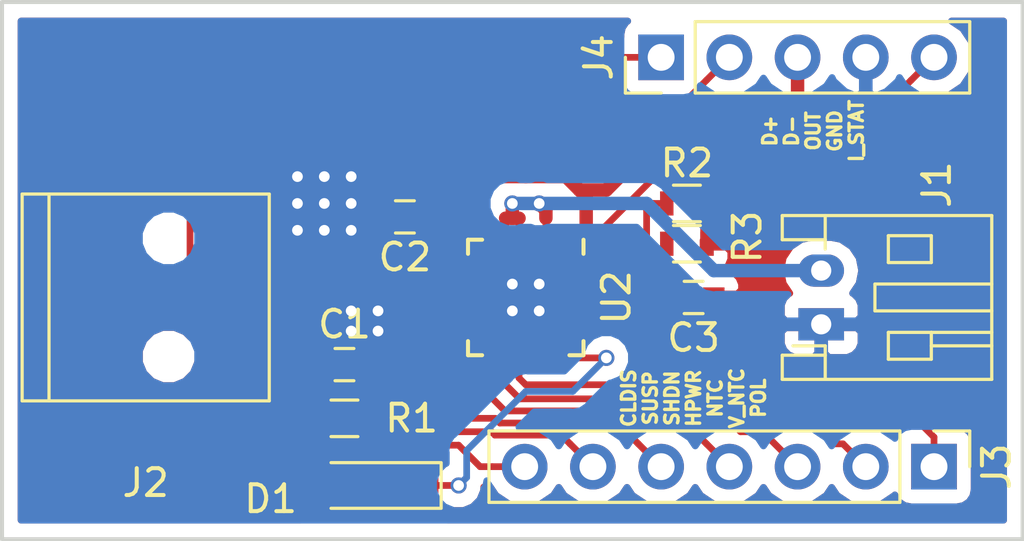
<source format=kicad_pcb>
(kicad_pcb (version 20171130) (host pcbnew 5.0.0-rc2-dev-unknown-5a90858~64~ubuntu18.04.1)

  (general
    (thickness 1.6)
    (drawings 6)
    (tracks 163)
    (zones 0)
    (modules 12)
    (nets 20)
  )

  (page A4)
  (layers
    (0 F.Cu signal hide)
    (31 B.Cu signal hide)
    (32 B.Adhes user hide)
    (33 F.Adhes user hide)
    (34 B.Paste user hide)
    (35 F.Paste user hide)
    (36 B.SilkS user)
    (37 F.SilkS user)
    (38 B.Mask user)
    (39 F.Mask user)
    (40 Dwgs.User user)
    (41 Cmts.User user)
    (42 Eco1.User user)
    (43 Eco2.User user)
    (44 Edge.Cuts user)
    (45 Margin user hide)
    (46 B.CrtYd user hide)
    (47 F.CrtYd user hide)
    (48 B.Fab user hide)
    (49 F.Fab user hide)
  )

  (setup
    (last_trace_width 0.25)
    (trace_clearance 0.2)
    (zone_clearance 0.508)
    (zone_45_only no)
    (trace_min 0.2)
    (segment_width 0.2)
    (edge_width 0.15)
    (via_size 0.6)
    (via_drill 0.4)
    (via_min_size 0.4)
    (via_min_drill 0.3)
    (uvia_size 0.3)
    (uvia_drill 0.1)
    (uvias_allowed no)
    (uvia_min_size 0.2)
    (uvia_min_drill 0.1)
    (pcb_text_width 0.3)
    (pcb_text_size 1.5 1.5)
    (mod_edge_width 0.15)
    (mod_text_size 1 1)
    (mod_text_width 0.15)
    (pad_size 1.7 1.7)
    (pad_drill 1)
    (pad_to_mask_clearance 0.2)
    (aux_axis_origin 0 0)
    (visible_elements FFFFFF7F)
    (pcbplotparams
      (layerselection 0x00030_80000001)
      (usegerberextensions false)
      (usegerberattributes false)
      (usegerberadvancedattributes false)
      (creategerberjobfile false)
      (excludeedgelayer true)
      (linewidth 0.100000)
      (plotframeref false)
      (viasonmask false)
      (mode 1)
      (useauxorigin false)
      (hpglpennumber 1)
      (hpglpenspeed 20)
      (hpglpendiameter 15)
      (psnegative false)
      (psa4output false)
      (plotreference true)
      (plotvalue true)
      (plotinvisibletext false)
      (padsonsilk false)
      (subtractmaskfromsilk false)
      (outputformat 1)
      (mirror false)
      (drillshape 1)
      (scaleselection 1)
      (outputdirectory ""))
  )

  (net 0 "")
  (net 1 GND)
  (net 2 LTC_CLDIS)
  (net 3 LTC_SUSP)
  (net 4 LTC_SHDN)
  (net 5 LTC_NTC)
  (net 6 LTC_V_NTC)
  (net 7 LTC_POL)
  (net 8 LTC_TIMER)
  (net 9 LTC_CLPROG)
  (net 10 LTC_PROG)
  (net 11 "Net-(J2-Pad2)")
  (net 12 "Net-(J2-Pad3)")
  (net 13 LTC_HPWR)
  (net 14 "Net-(D1-Pad2)")
  (net 15 /LTC_IN)
  (net 16 /LTC_OUT)
  (net 17 "Net-(D1-Pad1)")
  (net 18 /LTC_BAT)
  (net 19 "Net-(J4-Pad5)")

  (net_class Default "This is the default net class."
    (clearance 0.2)
    (trace_width 0.25)
    (via_dia 0.6)
    (via_drill 0.4)
    (uvia_dia 0.3)
    (uvia_drill 0.1)
    (add_net GND)
    (add_net LTC_CLDIS)
    (add_net LTC_CLPROG)
    (add_net LTC_HPWR)
    (add_net LTC_NTC)
    (add_net LTC_POL)
    (add_net LTC_PROG)
    (add_net LTC_SHDN)
    (add_net LTC_SUSP)
    (add_net LTC_TIMER)
    (add_net LTC_V_NTC)
    (add_net "Net-(D1-Pad1)")
    (add_net "Net-(D1-Pad2)")
    (add_net "Net-(J2-Pad2)")
    (add_net "Net-(J2-Pad3)")
    (add_net "Net-(J4-Pad5)")
  )

  (net_class Power ""
    (clearance 0.2)
    (trace_width 0.5)
    (via_dia 0.6)
    (via_drill 0.4)
    (uvia_dia 0.3)
    (uvia_drill 0.1)
    (add_net /LTC_BAT)
    (add_net /LTC_IN)
    (add_net /LTC_OUT)
  )

  (module Housings_DFN_QFN:QFN-24-1EP_4x4mm_Pitch0.5mm locked (layer F.Cu) (tedit 54130A77) (tstamp 5AF4E59F)
    (at 128.5 108 270)
    (descr "24-Lead Plastic Quad Flat, No Lead Package (MJ) - 4x4x0.9 mm Body [QFN]; (see Microchip Packaging Specification 00000049BS.pdf)")
    (tags "QFN 0.5")
    (path /5AC2C8EA)
    (attr smd)
    (fp_text reference U2 (at 0 -3.375 270) (layer F.SilkS)
      (effects (font (size 1 1) (thickness 0.15)))
    )
    (fp_text value LTC4066 (at 0 3.375 270) (layer F.Fab)
      (effects (font (size 1 1) (thickness 0.15)))
    )
    (fp_line (start -1 -2) (end 2 -2) (layer F.Fab) (width 0.15))
    (fp_line (start 2 -2) (end 2 2) (layer F.Fab) (width 0.15))
    (fp_line (start 2 2) (end -2 2) (layer F.Fab) (width 0.15))
    (fp_line (start -2 2) (end -2 -1) (layer F.Fab) (width 0.15))
    (fp_line (start -2 -1) (end -1 -2) (layer F.Fab) (width 0.15))
    (fp_line (start -2.65 -2.65) (end -2.65 2.65) (layer F.CrtYd) (width 0.05))
    (fp_line (start 2.65 -2.65) (end 2.65 2.65) (layer F.CrtYd) (width 0.05))
    (fp_line (start -2.65 -2.65) (end 2.65 -2.65) (layer F.CrtYd) (width 0.05))
    (fp_line (start -2.65 2.65) (end 2.65 2.65) (layer F.CrtYd) (width 0.05))
    (fp_line (start 2.15 -2.15) (end 2.15 -1.625) (layer F.SilkS) (width 0.15))
    (fp_line (start -2.15 2.15) (end -2.15 1.625) (layer F.SilkS) (width 0.15))
    (fp_line (start 2.15 2.15) (end 2.15 1.625) (layer F.SilkS) (width 0.15))
    (fp_line (start -2.15 -2.15) (end -1.625 -2.15) (layer F.SilkS) (width 0.15))
    (fp_line (start -2.15 2.15) (end -1.625 2.15) (layer F.SilkS) (width 0.15))
    (fp_line (start 2.15 2.15) (end 1.625 2.15) (layer F.SilkS) (width 0.15))
    (fp_line (start 2.15 -2.15) (end 1.625 -2.15) (layer F.SilkS) (width 0.15))
    (pad 1 smd rect (at -1.95 -1.25 270) (size 0.85 0.3) (layers F.Cu F.Paste F.Mask)
      (net 16 /LTC_OUT))
    (pad 2 smd rect (at -1.95 -0.75 270) (size 0.85 0.3) (layers F.Cu F.Paste F.Mask)
      (net 18 /LTC_BAT))
    (pad 3 smd rect (at -1.95 -0.25 270) (size 0.85 0.3) (layers F.Cu F.Paste F.Mask)
      (net 16 /LTC_OUT))
    (pad 4 smd rect (at -1.95 0.25 270) (size 0.85 0.3) (layers F.Cu F.Paste F.Mask)
      (net 18 /LTC_BAT))
    (pad 5 smd rect (at -1.95 0.75 270) (size 0.85 0.3) (layers F.Cu F.Paste F.Mask)
      (net 18 /LTC_BAT))
    (pad 6 smd rect (at -1.95 1.25 270) (size 0.85 0.3) (layers F.Cu F.Paste F.Mask))
    (pad 7 smd rect (at -1.25 1.95) (size 0.85 0.3) (layers F.Cu F.Paste F.Mask))
    (pad 8 smd rect (at -0.75 1.95) (size 0.85 0.3) (layers F.Cu F.Paste F.Mask)
      (net 16 /LTC_OUT))
    (pad 9 smd rect (at -0.25 1.95) (size 0.85 0.3) (layers F.Cu F.Paste F.Mask)
      (net 15 /LTC_IN))
    (pad 10 smd rect (at 0.25 1.95) (size 0.85 0.3) (layers F.Cu F.Paste F.Mask)
      (net 2 LTC_CLDIS))
    (pad 11 smd rect (at 0.75 1.95) (size 0.85 0.3) (layers F.Cu F.Paste F.Mask)
      (net 3 LTC_SUSP))
    (pad 12 smd rect (at 1.25 1.95) (size 0.85 0.3) (layers F.Cu F.Paste F.Mask)
      (net 4 LTC_SHDN))
    (pad 13 smd rect (at 1.95 1.25 270) (size 0.85 0.3) (layers F.Cu F.Paste F.Mask)
      (net 13 LTC_HPWR))
    (pad 14 smd rect (at 1.95 0.75 270) (size 0.85 0.3) (layers F.Cu F.Paste F.Mask)
      (net 5 LTC_NTC))
    (pad 15 smd rect (at 1.95 0.25 270) (size 0.85 0.3) (layers F.Cu F.Paste F.Mask)
      (net 6 LTC_V_NTC))
    (pad 16 smd rect (at 1.95 -0.25 270) (size 0.85 0.3) (layers F.Cu F.Paste F.Mask)
      (net 1 GND))
    (pad 17 smd rect (at 1.95 -0.75 270) (size 0.85 0.3) (layers F.Cu F.Paste F.Mask))
    (pad 18 smd rect (at 1.95 -1.25 270) (size 0.85 0.3) (layers F.Cu F.Paste F.Mask)
      (net 17 "Net-(D1-Pad1)"))
    (pad 19 smd rect (at 1.25 -1.95) (size 0.85 0.3) (layers F.Cu F.Paste F.Mask)
      (net 7 LTC_POL))
    (pad 20 smd rect (at 0.75 -1.95) (size 0.85 0.3) (layers F.Cu F.Paste F.Mask)
      (net 1 GND))
    (pad 21 smd rect (at 0.25 -1.95) (size 0.85 0.3) (layers F.Cu F.Paste F.Mask)
      (net 8 LTC_TIMER))
    (pad 22 smd rect (at -0.25 -1.95) (size 0.85 0.3) (layers F.Cu F.Paste F.Mask)
      (net 9 LTC_CLPROG))
    (pad 23 smd rect (at -0.75 -1.95) (size 0.85 0.3) (layers F.Cu F.Paste F.Mask)
      (net 10 LTC_PROG))
    (pad 24 smd rect (at -1.25 -1.95) (size 0.85 0.3) (layers F.Cu F.Paste F.Mask)
      (net 19 "Net-(J4-Pad5)"))
    (pad 25 smd rect (at 0.65 0.65 270) (size 1.3 1.3) (layers F.Cu F.Paste F.Mask)
      (net 1 GND) (solder_paste_margin_ratio -0.2))
    (pad 25 smd rect (at 0.65 -0.65 270) (size 1.3 1.3) (layers F.Cu F.Paste F.Mask)
      (net 1 GND) (solder_paste_margin_ratio -0.2))
    (pad 25 smd rect (at -0.65 0.65 270) (size 1.3 1.3) (layers F.Cu F.Paste F.Mask)
      (net 1 GND) (solder_paste_margin_ratio -0.2))
    (pad 25 smd rect (at -0.65 -0.65 270) (size 1.3 1.3) (layers F.Cu F.Paste F.Mask)
      (net 1 GND) (solder_paste_margin_ratio -0.2))
    (model ${KISYS3DMOD}/Housings_DFN_QFN.3dshapes/QFN-24-1EP_4x4mm_Pitch0.5mm.wrl
      (at (xyz 0 0 0))
      (scale (xyz 1 1 1))
      (rotate (xyz 0 0 0))
    )
  )

  (module Connectors:USB_Mini-B (layer F.Cu) (tedit 5543E571) (tstamp 5AF25887)
    (at 115 108)
    (descr "USB Mini-B 5-pin SMD connector")
    (tags "USB USB_B USB_Mini connector")
    (path /5AC2C6C0)
    (attr smd)
    (fp_text reference J2 (at -0.65 6.9) (layer F.SilkS)
      (effects (font (size 1 1) (thickness 0.15)))
    )
    (fp_text value USB_B (at -0.65 -7.1) (layer F.Fab)
      (effects (font (size 1 1) (thickness 0.15)))
    )
    (fp_line (start -5.5 -5.7) (end 4.2 -5.7) (layer F.CrtYd) (width 0.05))
    (fp_line (start 4.2 -5.7) (end 4.2 5.7) (layer F.CrtYd) (width 0.05))
    (fp_line (start 4.2 5.7) (end -5.5 5.7) (layer F.CrtYd) (width 0.05))
    (fp_line (start -5.5 5.7) (end -5.5 -5.7) (layer F.CrtYd) (width 0.05))
    (fp_line (start -4.25 -3.85) (end -4.25 3.85) (layer F.SilkS) (width 0.12))
    (fp_line (start -5.25 -3.85) (end -5.25 3.85) (layer F.SilkS) (width 0.12))
    (fp_line (start -5.25 3.85) (end 3.95 3.85) (layer F.SilkS) (width 0.12))
    (fp_line (start 3.95 3.85) (end 3.95 -3.85) (layer F.SilkS) (width 0.12))
    (fp_line (start 3.95 -3.85) (end -5.25 -3.85) (layer F.SilkS) (width 0.12))
    (pad 1 smd rect (at 2.8 -1.6) (size 2.3 0.5) (layers F.Cu F.Paste F.Mask)
      (net 15 /LTC_IN))
    (pad 2 smd rect (at 2.8 -0.8) (size 2.3 0.5) (layers F.Cu F.Paste F.Mask)
      (net 11 "Net-(J2-Pad2)"))
    (pad 3 smd rect (at 2.8 0) (size 2.3 0.5) (layers F.Cu F.Paste F.Mask)
      (net 12 "Net-(J2-Pad3)"))
    (pad 4 smd rect (at 2.8 0.8) (size 2.3 0.5) (layers F.Cu F.Paste F.Mask)
      (net 1 GND))
    (pad 5 smd rect (at 2.8 1.6) (size 2.3 0.5) (layers F.Cu F.Paste F.Mask)
      (net 1 GND))
    (pad 6 smd rect (at 2.7 -4.45) (size 2.5 2) (layers F.Cu F.Paste F.Mask))
    (pad 6 smd rect (at -2.8 -4.45) (size 2.5 2) (layers F.Cu F.Paste F.Mask))
    (pad 6 smd rect (at 2.7 4.45) (size 2.5 2) (layers F.Cu F.Paste F.Mask))
    (pad 6 smd rect (at -2.8 4.45) (size 2.5 2) (layers F.Cu F.Paste F.Mask))
    (pad "" np_thru_hole circle (at 0.2 -2.2) (size 0.9 0.9) (drill 0.9) (layers *.Cu *.Mask))
    (pad "" np_thru_hole circle (at 0.2 2.2) (size 0.9 0.9) (drill 0.9) (layers *.Cu *.Mask))
  )

  (module Connectors_JST:JST_PH_S2B-PH-K_02x2.00mm_Angled (layer F.Cu) (tedit 58D3FE32) (tstamp 5AF4EB1A)
    (at 139.5 109 90)
    (descr "JST PH series connector, S2B-PH-K, side entry type, through hole, Datasheet: http://www.jst-mfg.com/product/pdf/eng/ePH.pdf")
    (tags "connector jst ph")
    (path /5AC2C597)
    (fp_text reference J1 (at 5.2 4.3 90) (layer F.SilkS)
      (effects (font (size 1 1) (thickness 0.15)))
    )
    (fp_text value CONN_01X02 (at 1 7.25 90) (layer F.Fab)
      (effects (font (size 1 1) (thickness 0.15)))
    )
    (fp_text user %R (at 1 2.5 90) (layer F.Fab)
      (effects (font (size 1 1) (thickness 0.15)))
    )
    (fp_line (start 0.5 1.35) (end 0 0.85) (layer F.Fab) (width 0.1))
    (fp_line (start -0.5 1.35) (end 0.5 1.35) (layer F.Fab) (width 0.1))
    (fp_line (start 0 0.85) (end -0.5 1.35) (layer F.Fab) (width 0.1))
    (fp_line (start -0.8 0.15) (end -0.8 -1.05) (layer F.SilkS) (width 0.12))
    (fp_line (start 3.25 0.25) (end -1.25 0.25) (layer F.Fab) (width 0.1))
    (fp_line (start 3.25 -1.35) (end 3.25 0.25) (layer F.Fab) (width 0.1))
    (fp_line (start 3.95 -1.35) (end 3.25 -1.35) (layer F.Fab) (width 0.1))
    (fp_line (start 3.95 6.25) (end 3.95 -1.35) (layer F.Fab) (width 0.1))
    (fp_line (start -1.95 6.25) (end 3.95 6.25) (layer F.Fab) (width 0.1))
    (fp_line (start -1.95 -1.35) (end -1.95 6.25) (layer F.Fab) (width 0.1))
    (fp_line (start -1.25 -1.35) (end -1.95 -1.35) (layer F.Fab) (width 0.1))
    (fp_line (start -1.25 0.25) (end -1.25 -1.35) (layer F.Fab) (width 0.1))
    (fp_line (start 4.45 -1.85) (end -2.45 -1.85) (layer F.CrtYd) (width 0.05))
    (fp_line (start 4.45 6.75) (end 4.45 -1.85) (layer F.CrtYd) (width 0.05))
    (fp_line (start -2.45 6.75) (end 4.45 6.75) (layer F.CrtYd) (width 0.05))
    (fp_line (start -2.45 -1.85) (end -2.45 6.75) (layer F.CrtYd) (width 0.05))
    (fp_line (start -0.8 4.1) (end -0.8 6.35) (layer F.SilkS) (width 0.12))
    (fp_line (start -0.3 4.1) (end -0.3 6.35) (layer F.SilkS) (width 0.12))
    (fp_line (start 2.3 2.5) (end 3.3 2.5) (layer F.SilkS) (width 0.12))
    (fp_line (start 2.3 4.1) (end 2.3 2.5) (layer F.SilkS) (width 0.12))
    (fp_line (start 3.3 4.1) (end 2.3 4.1) (layer F.SilkS) (width 0.12))
    (fp_line (start 3.3 2.5) (end 3.3 4.1) (layer F.SilkS) (width 0.12))
    (fp_line (start -0.3 2.5) (end -1.3 2.5) (layer F.SilkS) (width 0.12))
    (fp_line (start -0.3 4.1) (end -0.3 2.5) (layer F.SilkS) (width 0.12))
    (fp_line (start -1.3 4.1) (end -0.3 4.1) (layer F.SilkS) (width 0.12))
    (fp_line (start -1.3 2.5) (end -1.3 4.1) (layer F.SilkS) (width 0.12))
    (fp_line (start 4.05 0.15) (end 3.15 0.15) (layer F.SilkS) (width 0.12))
    (fp_line (start -2.05 0.15) (end -1.15 0.15) (layer F.SilkS) (width 0.12))
    (fp_line (start 3.15 0.15) (end 2.8 0.15) (layer F.SilkS) (width 0.12))
    (fp_line (start 3.15 -1.45) (end 3.15 0.15) (layer F.SilkS) (width 0.12))
    (fp_line (start 4.05 -1.45) (end 3.15 -1.45) (layer F.SilkS) (width 0.12))
    (fp_line (start 4.05 6.35) (end 4.05 -1.45) (layer F.SilkS) (width 0.12))
    (fp_line (start -2.05 6.35) (end 4.05 6.35) (layer F.SilkS) (width 0.12))
    (fp_line (start -2.05 -1.45) (end -2.05 6.35) (layer F.SilkS) (width 0.12))
    (fp_line (start -1.15 -1.45) (end -2.05 -1.45) (layer F.SilkS) (width 0.12))
    (fp_line (start -1.15 0.15) (end -1.15 -1.45) (layer F.SilkS) (width 0.12))
    (fp_line (start -0.8 0.15) (end -1.15 0.15) (layer F.SilkS) (width 0.12))
    (fp_line (start 1.5 2) (end 1.5 6.35) (layer F.SilkS) (width 0.12))
    (fp_line (start 0.5 2) (end 1.5 2) (layer F.SilkS) (width 0.12))
    (fp_line (start 0.5 6.35) (end 0.5 2) (layer F.SilkS) (width 0.12))
    (pad 2 thru_hole oval (at 2 0 90) (size 1.2 1.7) (drill 0.75) (layers *.Cu *.Mask)
      (net 18 /LTC_BAT))
    (pad 1 thru_hole rect (at 0 0 90) (size 1.2 1.7) (drill 0.75) (layers *.Cu *.Mask)
      (net 1 GND))
    (model ${KISYS3DMOD}/Connectors_JST.3dshapes/JST_PH_S2B-PH-K_02x2.00mm_Angled.wrl
      (at (xyz 0 0 0))
      (scale (xyz 1 1 1))
      (rotate (xyz 0 0 0))
    )
  )

  (module Capacitors_SMD:C_0603 (layer F.Cu) (tedit 59958EE7) (tstamp 5AF4E1FB)
    (at 121.75 110.5)
    (descr "Capacitor SMD 0603, reflow soldering, AVX (see smccp.pdf)")
    (tags "capacitor 0603")
    (path /5AC2CAB6)
    (attr smd)
    (fp_text reference C1 (at 0 -1.5) (layer F.SilkS)
      (effects (font (size 1 1) (thickness 0.15)))
    )
    (fp_text value 4.7uF (at 0 1.5) (layer F.Fab)
      (effects (font (size 1 1) (thickness 0.15)))
    )
    (fp_text user %R (at 0 0) (layer F.Fab)
      (effects (font (size 0.3 0.3) (thickness 0.075)))
    )
    (fp_line (start -0.8 0.4) (end -0.8 -0.4) (layer F.Fab) (width 0.1))
    (fp_line (start 0.8 0.4) (end -0.8 0.4) (layer F.Fab) (width 0.1))
    (fp_line (start 0.8 -0.4) (end 0.8 0.4) (layer F.Fab) (width 0.1))
    (fp_line (start -0.8 -0.4) (end 0.8 -0.4) (layer F.Fab) (width 0.1))
    (fp_line (start -0.35 -0.6) (end 0.35 -0.6) (layer F.SilkS) (width 0.12))
    (fp_line (start 0.35 0.6) (end -0.35 0.6) (layer F.SilkS) (width 0.12))
    (fp_line (start -1.4 -0.65) (end 1.4 -0.65) (layer F.CrtYd) (width 0.05))
    (fp_line (start -1.4 -0.65) (end -1.4 0.65) (layer F.CrtYd) (width 0.05))
    (fp_line (start 1.4 0.65) (end 1.4 -0.65) (layer F.CrtYd) (width 0.05))
    (fp_line (start 1.4 0.65) (end -1.4 0.65) (layer F.CrtYd) (width 0.05))
    (pad 1 smd rect (at -0.75 0) (size 0.8 0.75) (layers F.Cu F.Paste F.Mask)
      (net 15 /LTC_IN))
    (pad 2 smd rect (at 0.75 0) (size 0.8 0.75) (layers F.Cu F.Paste F.Mask)
      (net 1 GND))
    (model Capacitors_SMD.3dshapes/C_0603.wrl
      (at (xyz 0 0 0))
      (scale (xyz 1 1 1))
      (rotate (xyz 0 0 0))
    )
  )

  (module Capacitors_SMD:C_0603 (layer F.Cu) (tedit 59958EE7) (tstamp 5AF4ED53)
    (at 124 105 180)
    (descr "Capacitor SMD 0603, reflow soldering, AVX (see smccp.pdf)")
    (tags "capacitor 0603")
    (path /5AF37BB8)
    (attr smd)
    (fp_text reference C2 (at 0 -1.5 180) (layer F.SilkS)
      (effects (font (size 1 1) (thickness 0.15)))
    )
    (fp_text value 4.7uF (at 0 1.5 180) (layer F.Fab)
      (effects (font (size 1 1) (thickness 0.15)))
    )
    (fp_line (start 1.4 0.65) (end -1.4 0.65) (layer F.CrtYd) (width 0.05))
    (fp_line (start 1.4 0.65) (end 1.4 -0.65) (layer F.CrtYd) (width 0.05))
    (fp_line (start -1.4 -0.65) (end -1.4 0.65) (layer F.CrtYd) (width 0.05))
    (fp_line (start -1.4 -0.65) (end 1.4 -0.65) (layer F.CrtYd) (width 0.05))
    (fp_line (start 0.35 0.6) (end -0.35 0.6) (layer F.SilkS) (width 0.12))
    (fp_line (start -0.35 -0.6) (end 0.35 -0.6) (layer F.SilkS) (width 0.12))
    (fp_line (start -0.8 -0.4) (end 0.8 -0.4) (layer F.Fab) (width 0.1))
    (fp_line (start 0.8 -0.4) (end 0.8 0.4) (layer F.Fab) (width 0.1))
    (fp_line (start 0.8 0.4) (end -0.8 0.4) (layer F.Fab) (width 0.1))
    (fp_line (start -0.8 0.4) (end -0.8 -0.4) (layer F.Fab) (width 0.1))
    (fp_text user %R (at 0 0 180) (layer F.Fab)
      (effects (font (size 0.3 0.3) (thickness 0.075)))
    )
    (pad 2 smd rect (at 0.75 0 180) (size 0.8 0.75) (layers F.Cu F.Paste F.Mask)
      (net 1 GND))
    (pad 1 smd rect (at -0.75 0 180) (size 0.8 0.75) (layers F.Cu F.Paste F.Mask)
      (net 16 /LTC_OUT))
    (model Capacitors_SMD.3dshapes/C_0603.wrl
      (at (xyz 0 0 0))
      (scale (xyz 1 1 1))
      (rotate (xyz 0 0 0))
    )
  )

  (module Capacitors_SMD:C_0603 (layer F.Cu) (tedit 59958EE7) (tstamp 5AF4EC45)
    (at 134.75 108)
    (descr "Capacitor SMD 0603, reflow soldering, AVX (see smccp.pdf)")
    (tags "capacitor 0603")
    (path /5AF3A971)
    (attr smd)
    (fp_text reference C3 (at 0 1.5) (layer F.SilkS)
      (effects (font (size 1 1) (thickness 0.15)))
    )
    (fp_text value 0.1uF (at 0 1.5) (layer F.Fab)
      (effects (font (size 1 1) (thickness 0.15)))
    )
    (fp_text user %R (at 0 0) (layer F.Fab)
      (effects (font (size 0.3 0.3) (thickness 0.075)))
    )
    (fp_line (start -0.8 0.4) (end -0.8 -0.4) (layer F.Fab) (width 0.1))
    (fp_line (start 0.8 0.4) (end -0.8 0.4) (layer F.Fab) (width 0.1))
    (fp_line (start 0.8 -0.4) (end 0.8 0.4) (layer F.Fab) (width 0.1))
    (fp_line (start -0.8 -0.4) (end 0.8 -0.4) (layer F.Fab) (width 0.1))
    (fp_line (start -0.35 -0.6) (end 0.35 -0.6) (layer F.SilkS) (width 0.12))
    (fp_line (start 0.35 0.6) (end -0.35 0.6) (layer F.SilkS) (width 0.12))
    (fp_line (start -1.4 -0.65) (end 1.4 -0.65) (layer F.CrtYd) (width 0.05))
    (fp_line (start -1.4 -0.65) (end -1.4 0.65) (layer F.CrtYd) (width 0.05))
    (fp_line (start 1.4 0.65) (end 1.4 -0.65) (layer F.CrtYd) (width 0.05))
    (fp_line (start 1.4 0.65) (end -1.4 0.65) (layer F.CrtYd) (width 0.05))
    (pad 1 smd rect (at -0.75 0) (size 0.8 0.75) (layers F.Cu F.Paste F.Mask)
      (net 8 LTC_TIMER))
    (pad 2 smd rect (at 0.75 0) (size 0.8 0.75) (layers F.Cu F.Paste F.Mask)
      (net 1 GND))
    (model Capacitors_SMD.3dshapes/C_0603.wrl
      (at (xyz 0 0 0))
      (scale (xyz 1 1 1))
      (rotate (xyz 0 0 0))
    )
  )

  (module LEDs:LED_1206 (layer F.Cu) (tedit 57FE943C) (tstamp 5AF4E241)
    (at 122.85 115 180)
    (descr "LED 1206 smd package")
    (tags "LED led 1206 SMD smd SMT smt smdled SMDLED smtled SMTLED")
    (path /5AF39A50)
    (attr smd)
    (fp_text reference D1 (at 3.85 -0.5 180) (layer F.SilkS)
      (effects (font (size 1 1) (thickness 0.15)))
    )
    (fp_text value LED (at 0 1.7 270) (layer F.Fab)
      (effects (font (size 1 1) (thickness 0.15)))
    )
    (fp_line (start -2.65 -1) (end 2.65 -1) (layer F.CrtYd) (width 0.05))
    (fp_line (start -2.65 1) (end -2.65 -1) (layer F.CrtYd) (width 0.05))
    (fp_line (start 2.65 1) (end -2.65 1) (layer F.CrtYd) (width 0.05))
    (fp_line (start 2.65 -1) (end 2.65 1) (layer F.CrtYd) (width 0.05))
    (fp_line (start -2.45 -0.85) (end 1.6 -0.85) (layer F.SilkS) (width 0.12))
    (fp_line (start -2.45 0.85) (end 1.6 0.85) (layer F.SilkS) (width 0.12))
    (fp_line (start -1.6 0.8) (end -1.6 -0.8) (layer F.Fab) (width 0.1))
    (fp_line (start -1.6 -0.8) (end 1.6 -0.8) (layer F.Fab) (width 0.1))
    (fp_line (start 1.6 -0.8) (end 1.6 0.8) (layer F.Fab) (width 0.1))
    (fp_line (start 1.6 0.8) (end -1.6 0.8) (layer F.Fab) (width 0.1))
    (fp_line (start 0.2 -0.4) (end 0.2 0.4) (layer F.Fab) (width 0.1))
    (fp_line (start 0.2 0.4) (end -0.4 0) (layer F.Fab) (width 0.1))
    (fp_line (start -0.4 0) (end 0.2 -0.4) (layer F.Fab) (width 0.1))
    (fp_line (start -0.45 -0.4) (end -0.45 0.4) (layer F.Fab) (width 0.1))
    (fp_line (start -2.5 -0.85) (end -2.5 0.85) (layer F.SilkS) (width 0.12))
    (pad 1 smd rect (at -1.65 0) (size 1.5 1.5) (layers F.Cu F.Paste F.Mask)
      (net 17 "Net-(D1-Pad1)"))
    (pad 2 smd rect (at 1.65 0) (size 1.5 1.5) (layers F.Cu F.Paste F.Mask)
      (net 14 "Net-(D1-Pad2)"))
    (model ${KISYS3DMOD}/LEDs.3dshapes/LED_1206.wrl
      (at (xyz 0 0 0))
      (scale (xyz 1 1 1))
      (rotate (xyz 0 0 180))
    )
  )

  (module Resistors_SMD:R_0603 (layer F.Cu) (tedit 58E0A804) (tstamp 5AF4EF56)
    (at 121.75 112.5)
    (descr "Resistor SMD 0603, reflow soldering, Vishay (see dcrcw.pdf)")
    (tags "resistor 0603")
    (path /5AF39B8E)
    (attr smd)
    (fp_text reference R1 (at 2.5 0) (layer F.SilkS)
      (effects (font (size 1 1) (thickness 0.15)))
    )
    (fp_text value 330R (at 0 1.5) (layer F.Fab)
      (effects (font (size 1 1) (thickness 0.15)))
    )
    (fp_line (start 1.25 0.7) (end -1.25 0.7) (layer F.CrtYd) (width 0.05))
    (fp_line (start 1.25 0.7) (end 1.25 -0.7) (layer F.CrtYd) (width 0.05))
    (fp_line (start -1.25 -0.7) (end -1.25 0.7) (layer F.CrtYd) (width 0.05))
    (fp_line (start -1.25 -0.7) (end 1.25 -0.7) (layer F.CrtYd) (width 0.05))
    (fp_line (start -0.5 -0.68) (end 0.5 -0.68) (layer F.SilkS) (width 0.12))
    (fp_line (start 0.5 0.68) (end -0.5 0.68) (layer F.SilkS) (width 0.12))
    (fp_line (start -0.8 -0.4) (end 0.8 -0.4) (layer F.Fab) (width 0.1))
    (fp_line (start 0.8 -0.4) (end 0.8 0.4) (layer F.Fab) (width 0.1))
    (fp_line (start 0.8 0.4) (end -0.8 0.4) (layer F.Fab) (width 0.1))
    (fp_line (start -0.8 0.4) (end -0.8 -0.4) (layer F.Fab) (width 0.1))
    (fp_text user %R (at 0 0) (layer F.Fab)
      (effects (font (size 0.4 0.4) (thickness 0.075)))
    )
    (pad 2 smd rect (at 0.75 0) (size 0.5 0.9) (layers F.Cu F.Paste F.Mask)
      (net 14 "Net-(D1-Pad2)"))
    (pad 1 smd rect (at -0.75 0) (size 0.5 0.9) (layers F.Cu F.Paste F.Mask)
      (net 15 /LTC_IN))
    (model ${KISYS3DMOD}/Resistors_SMD.3dshapes/R_0603.wrl
      (at (xyz 0 0 0))
      (scale (xyz 1 1 1))
      (rotate (xyz 0 0 0))
    )
  )

  (module Resistors_SMD:R_0603 (layer F.Cu) (tedit 58E0A804) (tstamp 5AF4E27B)
    (at 134.5 104.5 180)
    (descr "Resistor SMD 0603, reflow soldering, Vishay (see dcrcw.pdf)")
    (tags "resistor 0603")
    (path /5AF37730)
    (attr smd)
    (fp_text reference R2 (at 0 1.5 180) (layer F.SilkS)
      (effects (font (size 1 1) (thickness 0.15)))
    )
    (fp_text value 100k (at 0 1.5 180) (layer F.Fab)
      (effects (font (size 1 1) (thickness 0.15)))
    )
    (fp_line (start 1.25 0.7) (end -1.25 0.7) (layer F.CrtYd) (width 0.05))
    (fp_line (start 1.25 0.7) (end 1.25 -0.7) (layer F.CrtYd) (width 0.05))
    (fp_line (start -1.25 -0.7) (end -1.25 0.7) (layer F.CrtYd) (width 0.05))
    (fp_line (start -1.25 -0.7) (end 1.25 -0.7) (layer F.CrtYd) (width 0.05))
    (fp_line (start -0.5 -0.68) (end 0.5 -0.68) (layer F.SilkS) (width 0.12))
    (fp_line (start 0.5 0.68) (end -0.5 0.68) (layer F.SilkS) (width 0.12))
    (fp_line (start -0.8 -0.4) (end 0.8 -0.4) (layer F.Fab) (width 0.1))
    (fp_line (start 0.8 -0.4) (end 0.8 0.4) (layer F.Fab) (width 0.1))
    (fp_line (start 0.8 0.4) (end -0.8 0.4) (layer F.Fab) (width 0.1))
    (fp_line (start -0.8 0.4) (end -0.8 -0.4) (layer F.Fab) (width 0.1))
    (fp_text user %R (at 0 0 180) (layer F.Fab)
      (effects (font (size 0.4 0.4) (thickness 0.075)))
    )
    (pad 2 smd rect (at 0.75 0 180) (size 0.5 0.9) (layers F.Cu F.Paste F.Mask)
      (net 10 LTC_PROG))
    (pad 1 smd rect (at -0.75 0 180) (size 0.5 0.9) (layers F.Cu F.Paste F.Mask)
      (net 1 GND))
    (model ${KISYS3DMOD}/Resistors_SMD.3dshapes/R_0603.wrl
      (at (xyz 0 0 0))
      (scale (xyz 1 1 1))
      (rotate (xyz 0 0 0))
    )
  )

  (module Resistors_SMD:R_0603 (layer F.Cu) (tedit 58E0A804) (tstamp 5AF4E28C)
    (at 134.5 106 180)
    (descr "Resistor SMD 0603, reflow soldering, Vishay (see dcrcw.pdf)")
    (tags "resistor 0603")
    (path /5AF37844)
    (attr smd)
    (fp_text reference R3 (at -2.25 0.25 270) (layer F.SilkS)
      (effects (font (size 1 1) (thickness 0.15)))
    )
    (fp_text value 2.1k (at 0 1.5 180) (layer F.Fab)
      (effects (font (size 1 1) (thickness 0.15)))
    )
    (fp_text user %R (at 0 0 180) (layer F.Fab)
      (effects (font (size 0.4 0.4) (thickness 0.075)))
    )
    (fp_line (start -0.8 0.4) (end -0.8 -0.4) (layer F.Fab) (width 0.1))
    (fp_line (start 0.8 0.4) (end -0.8 0.4) (layer F.Fab) (width 0.1))
    (fp_line (start 0.8 -0.4) (end 0.8 0.4) (layer F.Fab) (width 0.1))
    (fp_line (start -0.8 -0.4) (end 0.8 -0.4) (layer F.Fab) (width 0.1))
    (fp_line (start 0.5 0.68) (end -0.5 0.68) (layer F.SilkS) (width 0.12))
    (fp_line (start -0.5 -0.68) (end 0.5 -0.68) (layer F.SilkS) (width 0.12))
    (fp_line (start -1.25 -0.7) (end 1.25 -0.7) (layer F.CrtYd) (width 0.05))
    (fp_line (start -1.25 -0.7) (end -1.25 0.7) (layer F.CrtYd) (width 0.05))
    (fp_line (start 1.25 0.7) (end 1.25 -0.7) (layer F.CrtYd) (width 0.05))
    (fp_line (start 1.25 0.7) (end -1.25 0.7) (layer F.CrtYd) (width 0.05))
    (pad 1 smd rect (at -0.75 0 180) (size 0.5 0.9) (layers F.Cu F.Paste F.Mask)
      (net 1 GND))
    (pad 2 smd rect (at 0.75 0 180) (size 0.5 0.9) (layers F.Cu F.Paste F.Mask)
      (net 9 LTC_CLPROG))
    (model ${KISYS3DMOD}/Resistors_SMD.3dshapes/R_0603.wrl
      (at (xyz 0 0 0))
      (scale (xyz 1 1 1))
      (rotate (xyz 0 0 0))
    )
  )

  (module Pin_Headers:Pin_Header_Straight_1x07_Pitch2.54mm (layer F.Cu) (tedit 59650532) (tstamp 5AF8BAAB)
    (at 143.7 114.3 270)
    (descr "Through hole straight pin header, 1x07, 2.54mm pitch, single row")
    (tags "Through hole pin header THT 1x07 2.54mm single row")
    (path /5AF8C1A5)
    (fp_text reference J3 (at 0 -2.33 270) (layer F.SilkS)
      (effects (font (size 1 1) (thickness 0.15)))
    )
    (fp_text value CONN_01X07 (at 0 17.57 270) (layer F.Fab)
      (effects (font (size 1 1) (thickness 0.15)))
    )
    (fp_text user %R (at 0 7.62) (layer F.Fab)
      (effects (font (size 1 1) (thickness 0.15)))
    )
    (fp_line (start 1.8 -1.8) (end -1.8 -1.8) (layer F.CrtYd) (width 0.05))
    (fp_line (start 1.8 17.05) (end 1.8 -1.8) (layer F.CrtYd) (width 0.05))
    (fp_line (start -1.8 17.05) (end 1.8 17.05) (layer F.CrtYd) (width 0.05))
    (fp_line (start -1.8 -1.8) (end -1.8 17.05) (layer F.CrtYd) (width 0.05))
    (fp_line (start -1.33 -1.33) (end 0 -1.33) (layer F.SilkS) (width 0.12))
    (fp_line (start -1.33 0) (end -1.33 -1.33) (layer F.SilkS) (width 0.12))
    (fp_line (start -1.33 1.27) (end 1.33 1.27) (layer F.SilkS) (width 0.12))
    (fp_line (start 1.33 1.27) (end 1.33 16.57) (layer F.SilkS) (width 0.12))
    (fp_line (start -1.33 1.27) (end -1.33 16.57) (layer F.SilkS) (width 0.12))
    (fp_line (start -1.33 16.57) (end 1.33 16.57) (layer F.SilkS) (width 0.12))
    (fp_line (start -1.27 -0.635) (end -0.635 -1.27) (layer F.Fab) (width 0.1))
    (fp_line (start -1.27 16.51) (end -1.27 -0.635) (layer F.Fab) (width 0.1))
    (fp_line (start 1.27 16.51) (end -1.27 16.51) (layer F.Fab) (width 0.1))
    (fp_line (start 1.27 -1.27) (end 1.27 16.51) (layer F.Fab) (width 0.1))
    (fp_line (start -0.635 -1.27) (end 1.27 -1.27) (layer F.Fab) (width 0.1))
    (pad 7 thru_hole oval (at 0 15.24 270) (size 1.7 1.7) (drill 1) (layers *.Cu *.Mask)
      (net 2 LTC_CLDIS))
    (pad 6 thru_hole oval (at 0 12.7 270) (size 1.7 1.7) (drill 1) (layers *.Cu *.Mask)
      (net 3 LTC_SUSP))
    (pad 5 thru_hole oval (at 0 10.16 270) (size 1.7 1.7) (drill 1) (layers *.Cu *.Mask)
      (net 4 LTC_SHDN))
    (pad 4 thru_hole oval (at 0 7.62 270) (size 1.7 1.7) (drill 1) (layers *.Cu *.Mask)
      (net 13 LTC_HPWR))
    (pad 3 thru_hole oval (at 0 5.08 270) (size 1.7 1.7) (drill 1) (layers *.Cu *.Mask)
      (net 5 LTC_NTC))
    (pad 2 thru_hole oval (at 0 2.54 270) (size 1.7 1.7) (drill 1) (layers *.Cu *.Mask)
      (net 6 LTC_V_NTC))
    (pad 1 thru_hole rect (at 0 0 270) (size 1.7 1.7) (drill 1) (layers *.Cu *.Mask)
      (net 7 LTC_POL))
    (model ${KISYS3DMOD}/Pin_Headers.3dshapes/Pin_Header_Straight_1x07_Pitch2.54mm.wrl
      (at (xyz 0 0 0))
      (scale (xyz 1 1 1))
      (rotate (xyz 0 0 0))
    )
  )

  (module Pin_Headers:Pin_Header_Straight_1x05_Pitch2.54mm (layer F.Cu) (tedit 59650532) (tstamp 5AF8BC33)
    (at 133.54 99.06 90)
    (descr "Through hole straight pin header, 1x05, 2.54mm pitch, single row")
    (tags "Through hole pin header THT 1x05 2.54mm single row")
    (path /5AF5261B)
    (fp_text reference J4 (at 0 -2.33 90) (layer F.SilkS)
      (effects (font (size 1 1) (thickness 0.15)))
    )
    (fp_text value CONN_01X05 (at 0 12.49 90) (layer F.Fab)
      (effects (font (size 1 1) (thickness 0.15)))
    )
    (fp_text user %R (at 0 5.08 180) (layer F.Fab)
      (effects (font (size 1 1) (thickness 0.15)))
    )
    (fp_line (start 1.8 -1.8) (end -1.8 -1.8) (layer F.CrtYd) (width 0.05))
    (fp_line (start 1.8 11.95) (end 1.8 -1.8) (layer F.CrtYd) (width 0.05))
    (fp_line (start -1.8 11.95) (end 1.8 11.95) (layer F.CrtYd) (width 0.05))
    (fp_line (start -1.8 -1.8) (end -1.8 11.95) (layer F.CrtYd) (width 0.05))
    (fp_line (start -1.33 -1.33) (end 0 -1.33) (layer F.SilkS) (width 0.12))
    (fp_line (start -1.33 0) (end -1.33 -1.33) (layer F.SilkS) (width 0.12))
    (fp_line (start -1.33 1.27) (end 1.33 1.27) (layer F.SilkS) (width 0.12))
    (fp_line (start 1.33 1.27) (end 1.33 11.49) (layer F.SilkS) (width 0.12))
    (fp_line (start -1.33 1.27) (end -1.33 11.49) (layer F.SilkS) (width 0.12))
    (fp_line (start -1.33 11.49) (end 1.33 11.49) (layer F.SilkS) (width 0.12))
    (fp_line (start -1.27 -0.635) (end -0.635 -1.27) (layer F.Fab) (width 0.1))
    (fp_line (start -1.27 11.43) (end -1.27 -0.635) (layer F.Fab) (width 0.1))
    (fp_line (start 1.27 11.43) (end -1.27 11.43) (layer F.Fab) (width 0.1))
    (fp_line (start 1.27 -1.27) (end 1.27 11.43) (layer F.Fab) (width 0.1))
    (fp_line (start -0.635 -1.27) (end 1.27 -1.27) (layer F.Fab) (width 0.1))
    (pad 5 thru_hole oval (at 0 10.16 90) (size 1.7 1.7) (drill 1) (layers *.Cu *.Mask)
      (net 19 "Net-(J4-Pad5)"))
    (pad 4 thru_hole oval (at 0 7.62 90) (size 1.7 1.7) (drill 1) (layers *.Cu *.Mask)
      (net 1 GND))
    (pad 3 thru_hole oval (at 0 5.08 90) (size 1.7 1.7) (drill 1) (layers *.Cu *.Mask)
      (net 16 /LTC_OUT))
    (pad 2 thru_hole oval (at 0 2.54 90) (size 1.7 1.7) (drill 1) (layers *.Cu *.Mask)
      (net 11 "Net-(J2-Pad2)"))
    (pad 1 thru_hole rect (at 0 0 90) (size 1.7 1.7) (drill 1) (layers *.Cu *.Mask)
      (net 12 "Net-(J2-Pad3)"))
    (model ${KISYS3DMOD}/Pin_Headers.3dshapes/Pin_Header_Straight_1x05_Pitch2.54mm.wrl
      (at (xyz 0 0 0))
      (scale (xyz 1 1 1))
      (rotate (xyz 0 0 0))
    )
  )

  (gr_text "D+\nD-\nOUT\nGND\nI_STAT" (at 139.2 101.8 90) (layer F.SilkS) (tstamp 5AF8BF6D)
    (effects (font (size 0.5 0.5) (thickness 0.125)))
  )
  (gr_text "CLDIS\nSUSP\nSHDN\nHPWR\nNTC\nV_NTC\nPOL" (at 134.75 111.75 90) (layer F.SilkS)
    (effects (font (size 0.5 0.5) (thickness 0.125)))
  )
  (gr_line (start 109 117) (end 109 97) (layer Edge.Cuts) (width 0.15))
  (gr_line (start 147 117) (end 109 117) (layer Edge.Cuts) (width 0.15))
  (gr_line (start 147 97) (end 147 117) (layer Edge.Cuts) (width 0.15))
  (gr_line (start 109 97) (end 147 97) (layer Edge.Cuts) (width 0.15))

  (via (at 128 108.5) (size 0.6) (drill 0.4) (layers F.Cu B.Cu) (net 1))
  (via (at 129 108.5) (size 0.6) (drill 0.4) (layers F.Cu B.Cu) (net 1))
  (via (at 129 107.5) (size 0.6) (drill 0.4) (layers F.Cu B.Cu) (net 1))
  (via (at 128 107.5) (size 0.6) (drill 0.4) (layers F.Cu B.Cu) (net 1))
  (segment (start 128.75 109.05) (end 129.15 108.65) (width 0.25) (layer F.Cu) (net 1))
  (segment (start 128.75 109.95) (end 128.75 109.05) (width 0.25) (layer F.Cu) (net 1))
  (segment (start 129.25 108.75) (end 129.15 108.65) (width 0.25) (layer F.Cu) (net 1))
  (segment (start 130.45 108.75) (end 129.25 108.75) (width 0.25) (layer F.Cu) (net 1))
  (segment (start 115.8 108.8) (end 117.8 108.8) (width 0.25) (layer F.Cu) (net 1))
  (segment (start 130.45 108.75) (end 132.25 108.75) (width 0.25) (layer F.Cu) (net 1))
  (via (at 122 103.5) (size 0.6) (drill 0.4) (layers F.Cu B.Cu) (net 1))
  (via (at 122 104.5) (size 0.6) (drill 0.4) (layers F.Cu B.Cu) (net 1))
  (via (at 122 105.5) (size 0.6) (drill 0.4) (layers F.Cu B.Cu) (net 1))
  (via (at 121 105.5) (size 0.6) (drill 0.4) (layers F.Cu B.Cu) (net 1))
  (via (at 121 104.5) (size 0.6) (drill 0.4) (layers F.Cu B.Cu) (net 1))
  (via (at 121 103.5) (size 0.6) (drill 0.4) (layers F.Cu B.Cu) (net 1))
  (via (at 120 103.5) (size 0.6) (drill 0.4) (layers F.Cu B.Cu) (net 1))
  (via (at 120 104.5) (size 0.6) (drill 0.4) (layers F.Cu B.Cu) (net 1))
  (via (at 120 105.5) (size 0.6) (drill 0.4) (layers F.Cu B.Cu) (net 1))
  (via (at 122 108.5) (size 0.6) (drill 0.4) (layers F.Cu B.Cu) (net 1))
  (via (at 123 108.5) (size 0.6) (drill 0.4) (layers F.Cu B.Cu) (net 1))
  (via (at 123 109.25) (size 0.6) (drill 0.4) (layers F.Cu B.Cu) (net 1))
  (via (at 122 109.25) (size 0.6) (drill 0.4) (layers F.Cu B.Cu) (net 1))
  (segment (start 124 113) (end 124.5 113.5) (width 0.25) (layer F.Cu) (net 2))
  (segment (start 124 109.863589) (end 124 113) (width 0.25) (layer F.Cu) (net 2))
  (segment (start 126.8 114.3) (end 127.257919 114.3) (width 0.25) (layer F.Cu) (net 2))
  (segment (start 127.257919 114.3) (end 128.46 114.3) (width 0.25) (layer F.Cu) (net 2))
  (segment (start 126 113.5) (end 126.8 114.3) (width 0.25) (layer F.Cu) (net 2))
  (segment (start 124.5 113.5) (end 126 113.5) (width 0.25) (layer F.Cu) (net 2))
  (segment (start 125.613589 108.25) (end 124 109.863589) (width 0.25) (layer F.Cu) (net 2))
  (segment (start 126.55 108.25) (end 125.613589 108.25) (width 0.25) (layer F.Cu) (net 2))
  (segment (start 126.55 108.75) (end 125.875 108.75) (width 0.25) (layer F.Cu) (net 3))
  (segment (start 127.227178 113) (end 127.352177 113.124999) (width 0.25) (layer F.Cu) (net 3))
  (segment (start 130.150001 113.450001) (end 131 114.3) (width 0.25) (layer F.Cu) (net 3))
  (segment (start 124.574989 112.2114) (end 125.363589 113) (width 0.25) (layer F.Cu) (net 3))
  (segment (start 125.363589 113) (end 127.227178 113) (width 0.25) (layer F.Cu) (net 3))
  (segment (start 127.352177 113.124999) (end 129.824999 113.124999) (width 0.25) (layer F.Cu) (net 3))
  (segment (start 129.824999 113.124999) (end 130.150001 113.450001) (width 0.25) (layer F.Cu) (net 3))
  (segment (start 125.875 108.75) (end 124.574989 110.050011) (width 0.25) (layer F.Cu) (net 3))
  (segment (start 124.574989 110.050011) (end 124.574989 112.2114) (width 0.25) (layer F.Cu) (net 3))
  (segment (start 127.363589 112.5) (end 127.538577 112.674988) (width 0.25) (layer F.Cu) (net 4))
  (segment (start 125.025 111.175) (end 125.025 112.025) (width 0.25) (layer F.Cu) (net 4))
  (segment (start 125.5 112.5) (end 127.363589 112.5) (width 0.25) (layer F.Cu) (net 4))
  (segment (start 132.690001 113.450001) (end 133.54 114.3) (width 0.25) (layer F.Cu) (net 4))
  (segment (start 125.025 112.025) (end 125.5 112.5) (width 0.25) (layer F.Cu) (net 4))
  (segment (start 131.914988 112.674988) (end 132.690001 113.450001) (width 0.25) (layer F.Cu) (net 4))
  (segment (start 126.55 109.25) (end 126.55 109.65) (width 0.25) (layer F.Cu) (net 4))
  (segment (start 126.55 109.65) (end 125.025 111.175) (width 0.25) (layer F.Cu) (net 4))
  (segment (start 127.538577 112.674988) (end 131.914988 112.674988) (width 0.25) (layer F.Cu) (net 4))
  (segment (start 127.75 109.95) (end 127.75 111.25) (width 0.25) (layer F.Cu) (net 5))
  (segment (start 127.75 111.25) (end 128.274967 111.774967) (width 0.25) (layer F.Cu) (net 5))
  (segment (start 128.274967 111.774967) (end 135.274967 111.774967) (width 0.25) (layer F.Cu) (net 5))
  (segment (start 135.274967 111.774967) (end 136.5 113) (width 0.25) (layer F.Cu) (net 5))
  (segment (start 137.32 113) (end 138.62 114.3) (width 0.25) (layer F.Cu) (net 5))
  (segment (start 136.5 113) (end 137.32 113) (width 0.25) (layer F.Cu) (net 5))
  (segment (start 140.310001 113.450001) (end 139.950001 113.450001) (width 0.25) (layer F.Cu) (net 6))
  (segment (start 141.16 114.3) (end 140.310001 113.450001) (width 0.25) (layer F.Cu) (net 6))
  (segment (start 139.950001 113.450001) (end 139 112.5) (width 0.25) (layer F.Cu) (net 6))
  (segment (start 139 112.5) (end 137 112.5) (width 0.25) (layer F.Cu) (net 6))
  (segment (start 128.25 109.95) (end 128.25 111) (width 0.25) (layer F.Cu) (net 6))
  (segment (start 128.25 111) (end 128.5 111.25) (width 0.25) (layer F.Cu) (net 6))
  (segment (start 135.75 111.25) (end 137 112.5) (width 0.25) (layer F.Cu) (net 6))
  (segment (start 128.5 111.25) (end 135.75 111.25) (width 0.25) (layer F.Cu) (net 6))
  (segment (start 130.45 109.25) (end 135.25 109.25) (width 0.25) (layer F.Cu) (net 7))
  (segment (start 135.25 109.25) (end 138 112) (width 0.25) (layer F.Cu) (net 7))
  (segment (start 138 112) (end 142.5 112) (width 0.25) (layer F.Cu) (net 7))
  (segment (start 143.7 113.2) (end 143.7 114.3) (width 0.25) (layer F.Cu) (net 7))
  (segment (start 142.5 112) (end 143.7 113.2) (width 0.25) (layer F.Cu) (net 7))
  (segment (start 133.75 108.25) (end 134 108) (width 0.25) (layer F.Cu) (net 8))
  (segment (start 130.45 108.25) (end 133.75 108.25) (width 0.25) (layer F.Cu) (net 8))
  (segment (start 130.45 107.75) (end 132.25 107.75) (width 0.25) (layer F.Cu) (net 9))
  (segment (start 132.25 107.7) (end 133.75 106.2) (width 0.25) (layer F.Cu) (net 9))
  (segment (start 133.75 106.2) (end 133.75 106) (width 0.25) (layer F.Cu) (net 9))
  (segment (start 132.25 107.75) (end 132.25 107.7) (width 0.25) (layer F.Cu) (net 9))
  (segment (start 133 104.75) (end 133.25 104.5) (width 0.25) (layer F.Cu) (net 10))
  (segment (start 133.25 104.5) (end 133.75 104.5) (width 0.25) (layer F.Cu) (net 10))
  (segment (start 133 106) (end 133 104.75) (width 0.25) (layer F.Cu) (net 10))
  (segment (start 131.75 107.25) (end 133 106) (width 0.25) (layer F.Cu) (net 10))
  (segment (start 130.45 107.25) (end 131.75 107.25) (width 0.25) (layer F.Cu) (net 10))
  (segment (start 116 106.8) (end 116 102.414998) (width 0.25) (layer F.Cu) (net 11))
  (segment (start 117.8 107.2) (end 116.4 107.2) (width 0.25) (layer F.Cu) (net 11))
  (segment (start 132.761823 101.924989) (end 133.215011 101.924989) (width 0.25) (layer F.Cu) (net 11))
  (segment (start 116 102.414998) (end 116.414998 102) (width 0.25) (layer F.Cu) (net 11))
  (segment (start 132.686812 102) (end 132.761823 101.924989) (width 0.25) (layer F.Cu) (net 11))
  (segment (start 135.230001 99.909999) (end 136.08 99.06) (width 0.25) (layer F.Cu) (net 11))
  (segment (start 133.215011 101.924989) (end 135.230001 99.909999) (width 0.25) (layer F.Cu) (net 11))
  (segment (start 116.414998 102) (end 132.686812 102) (width 0.25) (layer F.Cu) (net 11))
  (segment (start 116.4 107.2) (end 116 106.8) (width 0.25) (layer F.Cu) (net 11))
  (segment (start 117.8 108) (end 115 108) (width 0.25) (layer F.Cu) (net 12))
  (segment (start 115 108) (end 114 107) (width 0.25) (layer F.Cu) (net 12))
  (segment (start 114 107) (end 114 102) (width 0.25) (layer F.Cu) (net 12))
  (segment (start 116.5 99.5) (end 123.38 99.5) (width 0.25) (layer F.Cu) (net 12))
  (segment (start 114 102) (end 116.5 99.5) (width 0.25) (layer F.Cu) (net 12))
  (segment (start 123.82 99.06) (end 133.54 99.06) (width 0.25) (layer F.Cu) (net 12))
  (segment (start 123.38 99.5) (end 123.82 99.06) (width 0.25) (layer F.Cu) (net 12))
  (segment (start 127.25 109.95) (end 127.25 111.75) (width 0.25) (layer F.Cu) (net 13))
  (segment (start 134.004977 112.224977) (end 135.230001 113.450001) (width 0.25) (layer F.Cu) (net 13))
  (segment (start 127.25 111.75) (end 127.724977 112.224977) (width 0.25) (layer F.Cu) (net 13))
  (segment (start 135.230001 113.450001) (end 136.08 114.3) (width 0.25) (layer F.Cu) (net 13))
  (segment (start 127.724977 112.224977) (end 134.004977 112.224977) (width 0.25) (layer F.Cu) (net 13))
  (segment (start 122.5 112.7) (end 122.5 112.5) (width 0.25) (layer F.Cu) (net 14))
  (segment (start 121.2 114) (end 122.5 112.7) (width 0.25) (layer F.Cu) (net 14))
  (segment (start 121.2 115) (end 121.2 114) (width 0.25) (layer F.Cu) (net 14))
  (segment (start 125.05 107.75) (end 126.55 107.75) (width 0.25) (layer F.Cu) (net 15))
  (segment (start 119.45 106.4) (end 120.8 107.75) (width 0.5) (layer F.Cu) (net 15))
  (segment (start 117.8 106.4) (end 119.45 106.4) (width 0.5) (layer F.Cu) (net 15))
  (segment (start 120.8 107.75) (end 123 107.75) (width 0.5) (layer F.Cu) (net 15))
  (segment (start 123 107.75) (end 125.05 107.75) (width 0.5) (layer F.Cu) (net 15))
  (segment (start 121 112.5) (end 121 110.5) (width 0.25) (layer F.Cu) (net 15))
  (segment (start 121 107.95) (end 120.8 107.75) (width 0.25) (layer F.Cu) (net 15))
  (segment (start 121 110.5) (end 121 107.95) (width 0.25) (layer F.Cu) (net 15))
  (segment (start 125.05 106.75) (end 125.55 107.25) (width 0.25) (layer F.Cu) (net 16))
  (segment (start 125.55 107.25) (end 126.55 107.25) (width 0.25) (layer F.Cu) (net 16) (tstamp 5AF4EBE5))
  (segment (start 129.75 106) (end 130.75 106) (width 0.25) (layer F.Cu) (net 16) (tstamp 5AF4EBE7))
  (segment (start 130.75 106) (end 130.75 104.25) (width 0.5) (layer F.Cu) (net 16))
  (segment (start 125.5 103.5) (end 127.5 103.5) (width 0.5) (layer F.Cu) (net 16))
  (segment (start 127.5 103.5) (end 127 103.5) (width 0.5) (layer F.Cu) (net 16))
  (segment (start 124.75 106.45) (end 124.75 105) (width 0.5) (layer F.Cu) (net 16))
  (segment (start 125.05 106.75) (end 124.75 106.45) (width 0.5) (layer F.Cu) (net 16))
  (segment (start 125.375 103.5) (end 125.5 103.5) (width 0.5) (layer F.Cu) (net 16))
  (segment (start 124.75 104.125) (end 125.375 103.5) (width 0.5) (layer F.Cu) (net 16))
  (segment (start 124.75 105) (end 124.75 104.125) (width 0.5) (layer F.Cu) (net 16))
  (segment (start 130 103.5) (end 128.5 103.5) (width 0.5) (layer F.Cu) (net 16))
  (segment (start 128.5 103.5) (end 127.5 103.5) (width 0.5) (layer F.Cu) (net 16))
  (segment (start 130.5 104) (end 131.5 104) (width 0.5) (layer F.Cu) (net 16))
  (segment (start 130.75 104.25) (end 130.5 104) (width 0.5) (layer F.Cu) (net 16))
  (segment (start 130.5 104) (end 130 103.5) (width 0.5) (layer F.Cu) (net 16))
  (segment (start 131.5 104) (end 132.5 103) (width 0.5) (layer F.Cu) (net 16))
  (segment (start 132.5 103) (end 136.5 103) (width 0.5) (layer F.Cu) (net 16))
  (segment (start 138.62 100.88) (end 138.62 99.06) (width 0.5) (layer F.Cu) (net 16))
  (segment (start 136.5 103) (end 138.62 100.88) (width 0.5) (layer F.Cu) (net 16))
  (via (at 126 115) (size 0.6) (drill 0.4) (layers F.Cu B.Cu) (net 17))
  (segment (start 124.5 115) (end 126 115) (width 0.25) (layer F.Cu) (net 17))
  (segment (start 126.299999 114.700001) (end 126.299999 113.700001) (width 0.25) (layer B.Cu) (net 17))
  (segment (start 126 115) (end 126.299999 114.700001) (width 0.25) (layer B.Cu) (net 17))
  (segment (start 126.299999 113.700001) (end 128.5 111.5) (width 0.25) (layer B.Cu) (net 17))
  (via (at 131.5 110.25) (size 0.6) (drill 0.4) (layers F.Cu B.Cu) (net 17))
  (segment (start 128.5 111.5) (end 130.25 111.5) (width 0.25) (layer B.Cu) (net 17))
  (segment (start 130.25 111.5) (end 131.5 110.25) (width 0.25) (layer B.Cu) (net 17))
  (segment (start 131.5 110.25) (end 130 110.25) (width 0.25) (layer F.Cu) (net 17))
  (segment (start 130 110.2) (end 129.75 109.95) (width 0.25) (layer F.Cu) (net 17))
  (segment (start 130 110.25) (end 130 110.2) (width 0.25) (layer F.Cu) (net 17))
  (segment (start 129.25 105.05) (end 129.25 106.05) (width 0.25) (layer F.Cu) (net 18) (tstamp 5AF4EBEE))
  (segment (start 128.25 105.05) (end 128.25 106.05) (width 0.25) (layer F.Cu) (net 18) (tstamp 5AF4EBE1))
  (segment (start 127.75 105.05) (end 127.75 106.05) (width 0.25) (layer F.Cu) (net 18) (tstamp 5AF4EBE3))
  (segment (start 128 105.05) (end 128 104.5) (width 0.5) (layer F.Cu) (net 18))
  (segment (start 127.75 105.05) (end 128 105.05) (width 0.5) (layer F.Cu) (net 18))
  (via (at 128 104.5) (size 0.6) (drill 0.4) (layers F.Cu B.Cu) (net 18))
  (segment (start 128 105.05) (end 128.25 105.05) (width 0.5) (layer F.Cu) (net 18))
  (via (at 129 104.5) (size 0.6) (drill 0.4) (layers F.Cu B.Cu) (net 18))
  (segment (start 129.25 105.05) (end 129.25 104.75) (width 0.5) (layer F.Cu) (net 18))
  (segment (start 129.25 104.75) (end 129 104.5) (width 0.5) (layer F.Cu) (net 18))
  (segment (start 129 104.5) (end 128 104.5) (width 0.5) (layer B.Cu) (net 18))
  (segment (start 133 104.5) (end 129 104.5) (width 0.5) (layer B.Cu) (net 18))
  (segment (start 139.5 107) (end 135.5 107) (width 0.5) (layer B.Cu) (net 18))
  (segment (start 135.5 107) (end 133 104.5) (width 0.5) (layer B.Cu) (net 18))
  (segment (start 130.45 106.75) (end 131.125 106.75) (width 0.25) (layer F.Cu) (net 19))
  (segment (start 131.125 106.75) (end 131.32501 106.54999) (width 0.25) (layer F.Cu) (net 19))
  (segment (start 131.32501 106.54999) (end 131.32501 105.488178) (width 0.25) (layer F.Cu) (net 19))
  (segment (start 139.184989 103.575011) (end 142.850001 99.909999) (width 0.25) (layer F.Cu) (net 19))
  (segment (start 142.850001 99.909999) (end 143.7 99.06) (width 0.25) (layer F.Cu) (net 19))
  (segment (start 131.32501 105.488178) (end 133.238177 103.575011) (width 0.25) (layer F.Cu) (net 19))
  (segment (start 133.238177 103.575011) (end 139.184989 103.575011) (width 0.25) (layer F.Cu) (net 19))

  (zone (net 1) (net_name GND) (layer F.Cu) (tstamp 0) (hatch edge 0.508)
    (connect_pads (clearance 0.508))
    (min_thickness 0.254)
    (fill yes (arc_segments 16) (thermal_gap 0.508) (thermal_bridge_width 0.508))
    (polygon
      (pts
        (xy 93 77.5) (xy 179.5 77.5) (xy 179 144) (xy 93 144)
      )
    )
    (filled_polygon
      (pts
        (xy 132.232191 97.752191) (xy 132.091843 97.962235) (xy 132.04256 98.21) (xy 132.04256 98.3) (xy 123.894847 98.3)
        (xy 123.82 98.285112) (xy 123.745153 98.3) (xy 123.745148 98.3) (xy 123.523463 98.344096) (xy 123.272071 98.512071)
        (xy 123.229669 98.57553) (xy 123.065199 98.74) (xy 116.574847 98.74) (xy 116.5 98.725112) (xy 116.425153 98.74)
        (xy 116.425148 98.74) (xy 116.203463 98.784096) (xy 115.952071 98.952071) (xy 115.909671 99.015527) (xy 113.515528 101.409671)
        (xy 113.452072 101.452071) (xy 113.409672 101.515527) (xy 113.409671 101.515528) (xy 113.284097 101.703463) (xy 113.244494 101.90256)
        (xy 110.95 101.90256) (xy 110.702235 101.951843) (xy 110.492191 102.092191) (xy 110.351843 102.302235) (xy 110.30256 102.55)
        (xy 110.30256 104.55) (xy 110.351843 104.797765) (xy 110.492191 105.007809) (xy 110.702235 105.148157) (xy 110.95 105.19744)
        (xy 113.24 105.19744) (xy 113.24 106.925153) (xy 113.225112 107) (xy 113.24 107.074847) (xy 113.24 107.074851)
        (xy 113.284096 107.296536) (xy 113.452071 107.547929) (xy 113.51553 107.590331) (xy 114.409671 108.484473) (xy 114.452071 108.547929)
        (xy 114.703463 108.715904) (xy 114.925148 108.76) (xy 114.925152 108.76) (xy 115 108.774888) (xy 115.074848 108.76)
        (xy 116.2703 108.76) (xy 116.325694 108.797013) (xy 116.290302 108.811673) (xy 116.176974 108.925) (xy 116.17375 108.925)
        (xy 116.015 109.08375) (xy 116.015 109.17631) (xy 116.024813 109.2) (xy 116.015 109.22369) (xy 116.015 109.31625)
        (xy 116.171748 109.472998) (xy 116.015 109.472998) (xy 116.015 109.480579) (xy 115.814603 109.280182) (xy 115.41582 109.115)
        (xy 114.98418 109.115) (xy 114.585397 109.280182) (xy 114.280182 109.585397) (xy 114.115 109.98418) (xy 114.115 110.41582)
        (xy 114.280182 110.814603) (xy 114.585397 111.119818) (xy 114.98418 111.285) (xy 115.41582 111.285) (xy 115.814603 111.119818)
        (xy 116.119818 110.814603) (xy 116.285 110.41582) (xy 116.285 110.383025) (xy 116.290302 110.388327) (xy 116.523691 110.485)
        (xy 117.51425 110.485) (xy 117.673 110.32625) (xy 117.673 109.725) (xy 117.927 109.725) (xy 117.927 110.32625)
        (xy 118.08575 110.485) (xy 119.076309 110.485) (xy 119.309698 110.388327) (xy 119.488327 110.209699) (xy 119.585 109.97631)
        (xy 119.585 109.88375) (xy 119.42625 109.725) (xy 117.927 109.725) (xy 117.673 109.725) (xy 117.653 109.725)
        (xy 117.653 109.54625) (xy 117.673 109.52625) (xy 117.673 109.453) (xy 117.927 109.453) (xy 117.927 109.52625)
        (xy 118.08575 109.685) (xy 119.076309 109.685) (xy 119.309698 109.588327) (xy 119.423026 109.475) (xy 119.42625 109.475)
        (xy 119.585 109.31625) (xy 119.585 109.22369) (xy 119.575187 109.2) (xy 119.585 109.17631) (xy 119.585 109.08375)
        (xy 119.42625 108.925) (xy 119.423026 108.925) (xy 119.309698 108.811673) (xy 119.274306 108.797013) (xy 119.407809 108.707809)
        (xy 119.436742 108.664508) (xy 119.585 108.51625) (xy 119.585 108.42369) (xy 119.570064 108.387631) (xy 119.59744 108.25)
        (xy 119.59744 107.799019) (xy 120.112577 108.314156) (xy 120.161951 108.388049) (xy 120.235844 108.437423) (xy 120.235845 108.437424)
        (xy 120.240001 108.440201) (xy 120.24 109.601836) (xy 120.142191 109.667191) (xy 120.001843 109.877235) (xy 119.95256 110.125)
        (xy 119.95256 110.875) (xy 120.001843 111.122765) (xy 120.142191 111.332809) (xy 120.240001 111.398164) (xy 120.24 111.670299)
        (xy 120.151843 111.802235) (xy 120.10256 112.05) (xy 120.10256 112.95) (xy 120.151843 113.197765) (xy 120.292191 113.407809)
        (xy 120.502235 113.548157) (xy 120.577823 113.563192) (xy 120.551518 113.60256) (xy 120.45 113.60256) (xy 120.202235 113.651843)
        (xy 119.992191 113.792191) (xy 119.851843 114.002235) (xy 119.80256 114.25) (xy 119.80256 115.75) (xy 119.851843 115.997765)
        (xy 119.992191 116.207809) (xy 120.115198 116.29) (xy 109.71 116.29) (xy 109.71 111.45) (xy 110.30256 111.45)
        (xy 110.30256 113.45) (xy 110.351843 113.697765) (xy 110.492191 113.907809) (xy 110.702235 114.048157) (xy 110.95 114.09744)
        (xy 113.45 114.09744) (xy 113.697765 114.048157) (xy 113.907809 113.907809) (xy 114.048157 113.697765) (xy 114.09744 113.45)
        (xy 114.09744 111.45) (xy 115.80256 111.45) (xy 115.80256 113.45) (xy 115.851843 113.697765) (xy 115.992191 113.907809)
        (xy 116.202235 114.048157) (xy 116.45 114.09744) (xy 118.95 114.09744) (xy 119.197765 114.048157) (xy 119.407809 113.907809)
        (xy 119.548157 113.697765) (xy 119.59744 113.45) (xy 119.59744 111.45) (xy 119.548157 111.202235) (xy 119.407809 110.992191)
        (xy 119.197765 110.851843) (xy 118.95 110.80256) (xy 116.45 110.80256) (xy 116.202235 110.851843) (xy 115.992191 110.992191)
        (xy 115.851843 111.202235) (xy 115.80256 111.45) (xy 114.09744 111.45) (xy 114.048157 111.202235) (xy 113.907809 110.992191)
        (xy 113.697765 110.851843) (xy 113.45 110.80256) (xy 110.95 110.80256) (xy 110.702235 110.851843) (xy 110.492191 110.992191)
        (xy 110.351843 111.202235) (xy 110.30256 111.45) (xy 109.71 111.45) (xy 109.71 97.71) (xy 132.295334 97.71)
      )
    )
    (filled_polygon
      (pts
        (xy 146.290001 116.29) (xy 125.584802 116.29) (xy 125.707809 116.207809) (xy 125.848157 115.997765) (xy 125.860642 115.935)
        (xy 126.185983 115.935) (xy 126.529635 115.792655) (xy 126.792655 115.529635) (xy 126.935 115.185983) (xy 126.935 115.06)
        (xy 127.181822 115.06) (xy 127.389375 115.370625) (xy 127.880582 115.698839) (xy 128.313744 115.785) (xy 128.606256 115.785)
        (xy 129.039418 115.698839) (xy 129.530625 115.370625) (xy 129.73 115.072239) (xy 129.929375 115.370625) (xy 130.420582 115.698839)
        (xy 130.853744 115.785) (xy 131.146256 115.785) (xy 131.579418 115.698839) (xy 132.070625 115.370625) (xy 132.27 115.072239)
        (xy 132.469375 115.370625) (xy 132.960582 115.698839) (xy 133.393744 115.785) (xy 133.686256 115.785) (xy 134.119418 115.698839)
        (xy 134.610625 115.370625) (xy 134.81 115.072239) (xy 135.009375 115.370625) (xy 135.500582 115.698839) (xy 135.933744 115.785)
        (xy 136.226256 115.785) (xy 136.659418 115.698839) (xy 137.150625 115.370625) (xy 137.35 115.072239) (xy 137.549375 115.370625)
        (xy 138.040582 115.698839) (xy 138.473744 115.785) (xy 138.766256 115.785) (xy 139.199418 115.698839) (xy 139.690625 115.370625)
        (xy 139.89 115.072239) (xy 140.089375 115.370625) (xy 140.580582 115.698839) (xy 141.013744 115.785) (xy 141.306256 115.785)
        (xy 141.739418 115.698839) (xy 142.230625 115.370625) (xy 142.242816 115.352381) (xy 142.251843 115.397765) (xy 142.392191 115.607809)
        (xy 142.602235 115.748157) (xy 142.85 115.79744) (xy 144.55 115.79744) (xy 144.797765 115.748157) (xy 145.007809 115.607809)
        (xy 145.148157 115.397765) (xy 145.19744 115.15) (xy 145.19744 113.45) (xy 145.148157 113.202235) (xy 145.007809 112.992191)
        (xy 144.797765 112.851843) (xy 144.55 112.80256) (xy 144.348483 112.80256) (xy 144.247929 112.652071) (xy 144.184473 112.609671)
        (xy 143.090331 111.51553) (xy 143.047929 111.452071) (xy 142.796537 111.284096) (xy 142.574852 111.24) (xy 142.574847 111.24)
        (xy 142.5 111.225112) (xy 142.425153 111.24) (xy 138.314803 111.24) (xy 136.360552 109.28575) (xy 138.015 109.28575)
        (xy 138.015 109.726309) (xy 138.111673 109.959698) (xy 138.290301 110.138327) (xy 138.52369 110.235) (xy 139.21425 110.235)
        (xy 139.373 110.07625) (xy 139.373 109.127) (xy 139.627 109.127) (xy 139.627 110.07625) (xy 139.78575 110.235)
        (xy 140.47631 110.235) (xy 140.709699 110.138327) (xy 140.888327 109.959698) (xy 140.985 109.726309) (xy 140.985 109.28575)
        (xy 140.82625 109.127) (xy 139.627 109.127) (xy 139.373 109.127) (xy 138.17375 109.127) (xy 138.015 109.28575)
        (xy 136.360552 109.28575) (xy 136.067669 108.992868) (xy 136.259698 108.913327) (xy 136.438327 108.734699) (xy 136.535 108.50131)
        (xy 136.535 108.28575) (xy 136.37625 108.127) (xy 135.627 108.127) (xy 135.627 108.147) (xy 135.373 108.147)
        (xy 135.373 108.127) (xy 135.353 108.127) (xy 135.353 107.873) (xy 135.373 107.873) (xy 135.373 107.853)
        (xy 135.627 107.853) (xy 135.627 107.873) (xy 136.37625 107.873) (xy 136.535 107.71425) (xy 136.535 107.49869)
        (xy 136.438327 107.265301) (xy 136.259698 107.086673) (xy 136.050452 107) (xy 137.990805 107) (xy 138.086656 107.481873)
        (xy 138.329564 107.84541) (xy 138.290301 107.861673) (xy 138.111673 108.040302) (xy 138.015 108.273691) (xy 138.015 108.71425)
        (xy 138.17375 108.873) (xy 139.373 108.873) (xy 139.373 108.853) (xy 139.627 108.853) (xy 139.627 108.873)
        (xy 140.82625 108.873) (xy 140.985 108.71425) (xy 140.985 108.273691) (xy 140.888327 108.040302) (xy 140.709699 107.861673)
        (xy 140.670436 107.84541) (xy 140.913344 107.481873) (xy 141.009195 107) (xy 140.913344 106.518127) (xy 140.640385 106.109615)
        (xy 140.231873 105.836656) (xy 139.871636 105.765) (xy 139.128364 105.765) (xy 138.768127 105.836656) (xy 138.359615 106.109615)
        (xy 138.086656 106.518127) (xy 137.990805 107) (xy 136.050452 107) (xy 136.026309 106.99) (xy 135.855659 106.99)
        (xy 135.859698 106.988327) (xy 136.038327 106.809699) (xy 136.135 106.57631) (xy 136.135 106.28575) (xy 135.97625 106.127)
        (xy 135.375 106.127) (xy 135.375 106.147) (xy 135.125 106.147) (xy 135.125 106.127) (xy 135.103 106.127)
        (xy 135.103 105.873) (xy 135.125 105.873) (xy 135.125 104.627) (xy 135.375 104.627) (xy 135.375 105.873)
        (xy 135.97625 105.873) (xy 136.135 105.71425) (xy 136.135 105.42369) (xy 136.063055 105.25) (xy 136.135 105.07631)
        (xy 136.135 104.78575) (xy 135.97625 104.627) (xy 135.375 104.627) (xy 135.125 104.627) (xy 135.103 104.627)
        (xy 135.103 104.373) (xy 135.125 104.373) (xy 135.125 104.353) (xy 135.375 104.353) (xy 135.375 104.373)
        (xy 135.97625 104.373) (xy 136.014239 104.335011) (xy 139.110142 104.335011) (xy 139.184989 104.349899) (xy 139.259836 104.335011)
        (xy 139.259841 104.335011) (xy 139.481526 104.290915) (xy 139.732918 104.12294) (xy 139.77532 104.059481) (xy 143.333593 100.501209)
        (xy 143.553744 100.545) (xy 143.846256 100.545) (xy 144.279418 100.458839) (xy 144.770625 100.130625) (xy 145.098839 99.639418)
        (xy 145.214092 99.06) (xy 145.098839 98.480582) (xy 144.770625 97.989375) (xy 144.352511 97.71) (xy 146.29 97.71)
      )
    )
    (filled_polygon
      (pts
        (xy 123.51553 109.273258) (xy 123.452071 109.31566) (xy 123.284096 109.567053) (xy 123.276793 109.603768) (xy 123.259698 109.586673)
        (xy 123.026309 109.49) (xy 122.78575 109.49) (xy 122.627 109.64875) (xy 122.627 110.373) (xy 122.647 110.373)
        (xy 122.647 110.627) (xy 122.627 110.627) (xy 122.627 110.647) (xy 122.373 110.647) (xy 122.373 110.627)
        (xy 122.353 110.627) (xy 122.353 110.373) (xy 122.373 110.373) (xy 122.373 109.64875) (xy 122.21425 109.49)
        (xy 121.973691 109.49) (xy 121.76 109.578514) (xy 121.76 108.635) (xy 124.153787 108.635)
      )
    )
    (filled_polygon
      (pts
        (xy 127.977 107.223) (xy 129.023 107.223) (xy 129.023 107.203) (xy 129.277 107.203) (xy 129.277 107.223)
        (xy 129.297 107.223) (xy 129.297 107.477) (xy 129.277 107.477) (xy 129.277 108.523) (xy 129.297 108.523)
        (xy 129.297 108.777) (xy 129.277 108.777) (xy 129.277 108.797) (xy 129.023 108.797) (xy 129.023 108.777)
        (xy 127.977 108.777) (xy 127.977 108.797) (xy 127.723 108.797) (xy 127.723 108.777) (xy 127.703 108.777)
        (xy 127.703 108.523) (xy 127.723 108.523) (xy 127.723 107.63575) (xy 127.865 107.63575) (xy 127.865 108.36425)
        (xy 127.977 108.47625) (xy 127.977 108.523) (xy 128.02375 108.523) (xy 128.13575 108.635) (xy 128.86425 108.635)
        (xy 128.97625 108.523) (xy 129.023 108.523) (xy 129.023 108.47625) (xy 129.135 108.36425) (xy 129.135 107.63575)
        (xy 129.023 107.52375) (xy 129.023 107.477) (xy 128.97625 107.477) (xy 128.86425 107.365) (xy 128.13575 107.365)
        (xy 128.02375 107.477) (xy 127.977 107.477) (xy 127.977 107.52375) (xy 127.865 107.63575) (xy 127.723 107.63575)
        (xy 127.723 107.477) (xy 127.703 107.477) (xy 127.703 107.223) (xy 127.723 107.223) (xy 127.723 107.203)
        (xy 127.977 107.203)
      )
    )
    (filled_polygon
      (pts
        (xy 124.810845 102.812576) (xy 124.810844 102.812577) (xy 124.736951 102.861951) (xy 124.687577 102.935844) (xy 124.185844 103.437577)
        (xy 124.111952 103.486951) (xy 124.062578 103.560844) (xy 124.062576 103.560846) (xy 123.916348 103.779691) (xy 123.86704 104.027582)
        (xy 123.776309 103.99) (xy 123.53575 103.99) (xy 123.377 104.14875) (xy 123.377 104.873) (xy 123.397 104.873)
        (xy 123.397 105.127) (xy 123.377 105.127) (xy 123.377 105.85125) (xy 123.53575 106.01) (xy 123.776309 106.01)
        (xy 123.865 105.973263) (xy 123.865 106.362839) (xy 123.847663 106.45) (xy 123.865 106.537161) (xy 123.865 106.537164)
        (xy 123.916348 106.795309) (xy 123.962914 106.865) (xy 121.166579 106.865) (xy 120.137425 105.835847) (xy 120.088049 105.761951)
        (xy 119.79531 105.566348) (xy 119.537165 105.515) (xy 119.537161 105.515) (xy 119.45 105.497663) (xy 119.362839 105.515)
        (xy 119.012541 105.515) (xy 118.95 105.50256) (xy 116.76 105.50256) (xy 116.76 105.28575) (xy 122.215 105.28575)
        (xy 122.215 105.50131) (xy 122.311673 105.734699) (xy 122.490302 105.913327) (xy 122.723691 106.01) (xy 122.96425 106.01)
        (xy 123.123 105.85125) (xy 123.123 105.127) (xy 122.37375 105.127) (xy 122.215 105.28575) (xy 116.76 105.28575)
        (xy 116.76 105.19744) (xy 118.95 105.19744) (xy 119.197765 105.148157) (xy 119.407809 105.007809) (xy 119.548157 104.797765)
        (xy 119.59744 104.55) (xy 119.59744 104.49869) (xy 122.215 104.49869) (xy 122.215 104.71425) (xy 122.37375 104.873)
        (xy 123.123 104.873) (xy 123.123 104.14875) (xy 122.96425 103.99) (xy 122.723691 103.99) (xy 122.490302 104.086673)
        (xy 122.311673 104.265301) (xy 122.215 104.49869) (xy 119.59744 104.49869) (xy 119.59744 102.76) (xy 124.88953 102.76)
      )
    )
    (filled_polygon
      (pts
        (xy 141.287 98.933) (xy 141.307 98.933) (xy 141.307 99.187) (xy 141.287 99.187) (xy 141.287 99.207)
        (xy 141.033 99.207) (xy 141.033 99.187) (xy 141.013 99.187) (xy 141.013 98.933) (xy 141.033 98.933)
        (xy 141.033 98.913) (xy 141.287 98.913)
      )
    )
  )
  (zone (net 1) (net_name GND) (layer B.Cu) (tstamp 5AF4E801) (hatch edge 0.508)
    (connect_pads (clearance 0.508))
    (min_thickness 0.254)
    (fill yes (arc_segments 16) (thermal_gap 0.508) (thermal_bridge_width 0.508))
    (polygon
      (pts
        (xy 93 77.5) (xy 179.5 77.5) (xy 179 144) (xy 93 144)
      )
    )
    (filled_polygon
      (pts
        (xy 132.232191 97.752191) (xy 132.091843 97.962235) (xy 132.04256 98.21) (xy 132.04256 99.91) (xy 132.091843 100.157765)
        (xy 132.232191 100.367809) (xy 132.442235 100.508157) (xy 132.69 100.55744) (xy 134.39 100.55744) (xy 134.637765 100.508157)
        (xy 134.847809 100.367809) (xy 134.988157 100.157765) (xy 134.997184 100.112381) (xy 135.009375 100.130625) (xy 135.500582 100.458839)
        (xy 135.933744 100.545) (xy 136.226256 100.545) (xy 136.659418 100.458839) (xy 137.150625 100.130625) (xy 137.35 99.832239)
        (xy 137.549375 100.130625) (xy 138.040582 100.458839) (xy 138.473744 100.545) (xy 138.766256 100.545) (xy 139.199418 100.458839)
        (xy 139.690625 100.130625) (xy 139.903843 99.811522) (xy 139.964817 99.941358) (xy 140.393076 100.331645) (xy 140.80311 100.501476)
        (xy 141.033 100.380155) (xy 141.033 99.187) (xy 141.013 99.187) (xy 141.013 98.933) (xy 141.033 98.933)
        (xy 141.033 98.913) (xy 141.287 98.913) (xy 141.287 98.933) (xy 141.307 98.933) (xy 141.307 99.187)
        (xy 141.287 99.187) (xy 141.287 100.380155) (xy 141.51689 100.501476) (xy 141.926924 100.331645) (xy 142.355183 99.941358)
        (xy 142.416157 99.811522) (xy 142.629375 100.130625) (xy 143.120582 100.458839) (xy 143.553744 100.545) (xy 143.846256 100.545)
        (xy 144.279418 100.458839) (xy 144.770625 100.130625) (xy 145.098839 99.639418) (xy 145.214092 99.06) (xy 145.098839 98.480582)
        (xy 144.770625 97.989375) (xy 144.352511 97.71) (xy 146.29 97.71) (xy 146.290001 116.29) (xy 109.71 116.29)
        (xy 109.71 114.814017) (xy 125.065 114.814017) (xy 125.065 115.185983) (xy 125.207345 115.529635) (xy 125.470365 115.792655)
        (xy 125.814017 115.935) (xy 126.185983 115.935) (xy 126.529635 115.792655) (xy 126.792655 115.529635) (xy 126.935 115.185983)
        (xy 126.935 115.117618) (xy 127.01359 115) (xy 127.015903 114.996539) (xy 127.025479 114.948396) (xy 127.05018 114.824214)
        (xy 127.061161 114.879418) (xy 127.389375 115.370625) (xy 127.880582 115.698839) (xy 128.313744 115.785) (xy 128.606256 115.785)
        (xy 129.039418 115.698839) (xy 129.530625 115.370625) (xy 129.73 115.072239) (xy 129.929375 115.370625) (xy 130.420582 115.698839)
        (xy 130.853744 115.785) (xy 131.146256 115.785) (xy 131.579418 115.698839) (xy 132.070625 115.370625) (xy 132.27 115.072239)
        (xy 132.469375 115.370625) (xy 132.960582 115.698839) (xy 133.393744 115.785) (xy 133.686256 115.785) (xy 134.119418 115.698839)
        (xy 134.610625 115.370625) (xy 134.81 115.072239) (xy 135.009375 115.370625) (xy 135.500582 115.698839) (xy 135.933744 115.785)
        (xy 136.226256 115.785) (xy 136.659418 115.698839) (xy 137.150625 115.370625) (xy 137.35 115.072239) (xy 137.549375 115.370625)
        (xy 138.040582 115.698839) (xy 138.473744 115.785) (xy 138.766256 115.785) (xy 139.199418 115.698839) (xy 139.690625 115.370625)
        (xy 139.89 115.072239) (xy 140.089375 115.370625) (xy 140.580582 115.698839) (xy 141.013744 115.785) (xy 141.306256 115.785)
        (xy 141.739418 115.698839) (xy 142.230625 115.370625) (xy 142.242816 115.352381) (xy 142.251843 115.397765) (xy 142.392191 115.607809)
        (xy 142.602235 115.748157) (xy 142.85 115.79744) (xy 144.55 115.79744) (xy 144.797765 115.748157) (xy 145.007809 115.607809)
        (xy 145.148157 115.397765) (xy 145.19744 115.15) (xy 145.19744 113.45) (xy 145.148157 113.202235) (xy 145.007809 112.992191)
        (xy 144.797765 112.851843) (xy 144.55 112.80256) (xy 142.85 112.80256) (xy 142.602235 112.851843) (xy 142.392191 112.992191)
        (xy 142.251843 113.202235) (xy 142.242816 113.247619) (xy 142.230625 113.229375) (xy 141.739418 112.901161) (xy 141.306256 112.815)
        (xy 141.013744 112.815) (xy 140.580582 112.901161) (xy 140.089375 113.229375) (xy 139.89 113.527761) (xy 139.690625 113.229375)
        (xy 139.199418 112.901161) (xy 138.766256 112.815) (xy 138.473744 112.815) (xy 138.040582 112.901161) (xy 137.549375 113.229375)
        (xy 137.35 113.527761) (xy 137.150625 113.229375) (xy 136.659418 112.901161) (xy 136.226256 112.815) (xy 135.933744 112.815)
        (xy 135.500582 112.901161) (xy 135.009375 113.229375) (xy 134.81 113.527761) (xy 134.610625 113.229375) (xy 134.119418 112.901161)
        (xy 133.686256 112.815) (xy 133.393744 112.815) (xy 132.960582 112.901161) (xy 132.469375 113.229375) (xy 132.27 113.527761)
        (xy 132.070625 113.229375) (xy 131.579418 112.901161) (xy 131.146256 112.815) (xy 130.853744 112.815) (xy 130.420582 112.901161)
        (xy 129.929375 113.229375) (xy 129.73 113.527761) (xy 129.530625 113.229375) (xy 129.039418 112.901161) (xy 128.606256 112.815)
        (xy 128.313744 112.815) (xy 128.246408 112.828394) (xy 128.814802 112.26) (xy 130.175153 112.26) (xy 130.25 112.274888)
        (xy 130.324847 112.26) (xy 130.324852 112.26) (xy 130.546537 112.215904) (xy 130.797929 112.047929) (xy 130.840331 111.98447)
        (xy 131.639802 111.185) (xy 131.685983 111.185) (xy 132.029635 111.042655) (xy 132.292655 110.779635) (xy 132.435 110.435983)
        (xy 132.435 110.064017) (xy 132.292655 109.720365) (xy 132.029635 109.457345) (xy 131.685983 109.315) (xy 131.314017 109.315)
        (xy 130.970365 109.457345) (xy 130.707345 109.720365) (xy 130.565 110.064017) (xy 130.565 110.110198) (xy 129.935199 110.74)
        (xy 128.574846 110.74) (xy 128.499999 110.725112) (xy 128.425152 110.74) (xy 128.425148 110.74) (xy 128.203463 110.784096)
        (xy 127.952071 110.952071) (xy 127.909671 111.015527) (xy 125.815527 113.109672) (xy 125.752071 113.152072) (xy 125.709671 113.215528)
        (xy 125.70967 113.215529) (xy 125.584096 113.403464) (xy 125.525111 113.700001) (xy 125.54 113.774852) (xy 125.54 114.178502)
        (xy 125.470365 114.207345) (xy 125.207345 114.470365) (xy 125.065 114.814017) (xy 109.71 114.814017) (xy 109.71 109.98418)
        (xy 114.115 109.98418) (xy 114.115 110.41582) (xy 114.280182 110.814603) (xy 114.585397 111.119818) (xy 114.98418 111.285)
        (xy 115.41582 111.285) (xy 115.814603 111.119818) (xy 116.119818 110.814603) (xy 116.285 110.41582) (xy 116.285 109.98418)
        (xy 116.119818 109.585397) (xy 115.820171 109.28575) (xy 138.015 109.28575) (xy 138.015 109.726309) (xy 138.111673 109.959698)
        (xy 138.290301 110.138327) (xy 138.52369 110.235) (xy 139.21425 110.235) (xy 139.373 110.07625) (xy 139.373 109.127)
        (xy 139.627 109.127) (xy 139.627 110.07625) (xy 139.78575 110.235) (xy 140.47631 110.235) (xy 140.709699 110.138327)
        (xy 140.888327 109.959698) (xy 140.985 109.726309) (xy 140.985 109.28575) (xy 140.82625 109.127) (xy 139.627 109.127)
        (xy 139.373 109.127) (xy 138.17375 109.127) (xy 138.015 109.28575) (xy 115.820171 109.28575) (xy 115.814603 109.280182)
        (xy 115.41582 109.115) (xy 114.98418 109.115) (xy 114.585397 109.280182) (xy 114.280182 109.585397) (xy 114.115 109.98418)
        (xy 109.71 109.98418) (xy 109.71 105.58418) (xy 114.115 105.58418) (xy 114.115 106.01582) (xy 114.280182 106.414603)
        (xy 114.585397 106.719818) (xy 114.98418 106.885) (xy 115.41582 106.885) (xy 115.814603 106.719818) (xy 116.119818 106.414603)
        (xy 116.285 106.01582) (xy 116.285 105.58418) (xy 116.119818 105.185397) (xy 115.814603 104.880182) (xy 115.41582 104.715)
        (xy 114.98418 104.715) (xy 114.585397 104.880182) (xy 114.280182 105.185397) (xy 114.115 105.58418) (xy 109.71 105.58418)
        (xy 109.71 104.314017) (xy 127.065 104.314017) (xy 127.065 104.685983) (xy 127.207345 105.029635) (xy 127.470365 105.292655)
        (xy 127.814017 105.435) (xy 128.185983 105.435) (xy 128.306694 105.385) (xy 128.693306 105.385) (xy 128.814017 105.435)
        (xy 129.185983 105.435) (xy 129.306694 105.385) (xy 132.633422 105.385) (xy 134.812577 107.564156) (xy 134.861951 107.638049)
        (xy 134.935844 107.687423) (xy 134.935845 107.687424) (xy 135.15469 107.833652) (xy 135.412835 107.885) (xy 135.412839 107.885)
        (xy 135.5 107.902337) (xy 135.587161 107.885) (xy 138.266974 107.885) (xy 138.111673 108.040302) (xy 138.015 108.273691)
        (xy 138.015 108.71425) (xy 138.17375 108.873) (xy 139.373 108.873) (xy 139.373 108.853) (xy 139.627 108.853)
        (xy 139.627 108.873) (xy 140.82625 108.873) (xy 140.985 108.71425) (xy 140.985 108.273691) (xy 140.888327 108.040302)
        (xy 140.709699 107.861673) (xy 140.670436 107.84541) (xy 140.913344 107.481873) (xy 141.009195 107) (xy 140.913344 106.518127)
        (xy 140.640385 106.109615) (xy 140.231873 105.836656) (xy 139.871636 105.765) (xy 139.128364 105.765) (xy 138.768127 105.836656)
        (xy 138.359615 106.109615) (xy 138.356017 106.115) (xy 135.866579 106.115) (xy 133.687425 103.935847) (xy 133.638049 103.861951)
        (xy 133.34531 103.666348) (xy 133.087165 103.615) (xy 133.087161 103.615) (xy 133 103.597663) (xy 132.912839 103.615)
        (xy 129.306694 103.615) (xy 129.185983 103.565) (xy 128.814017 103.565) (xy 128.693306 103.615) (xy 128.306694 103.615)
        (xy 128.185983 103.565) (xy 127.814017 103.565) (xy 127.470365 103.707345) (xy 127.207345 103.970365) (xy 127.065 104.314017)
        (xy 109.71 104.314017) (xy 109.71 97.71) (xy 132.295334 97.71)
      )
    )
  )
)

</source>
